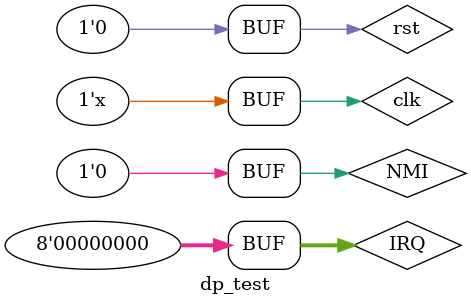
<source format=v>
`timescale 1ns / 1ps


module dp_test;

	// Inputs
	reg clk;
	reg rst;
	reg NMI;
	reg[7:0] IRQ;

	// Instantiate the Unit Under Test (UUT)
	MainPath uut (
		.clk(clk), 
		.rst(rst),
		.NMI(NMI),
	   .IRQ(IRQ)
	);

always #5 clk=~clk;
 initial begin

           // Initialize Inputs

           clk = 1;

           rst=1;

           NMI=0;

           IRQ=8'b00000000;

           #1

           rst=0;

           #25
			  
			//IRQ=8'b00000000;
				
           #20;

           //NMI=0;

 

           // Wait 100 ns for global reset to finish

 

       

           // Add stimulus here

 

      end     
		endmodule


</source>
